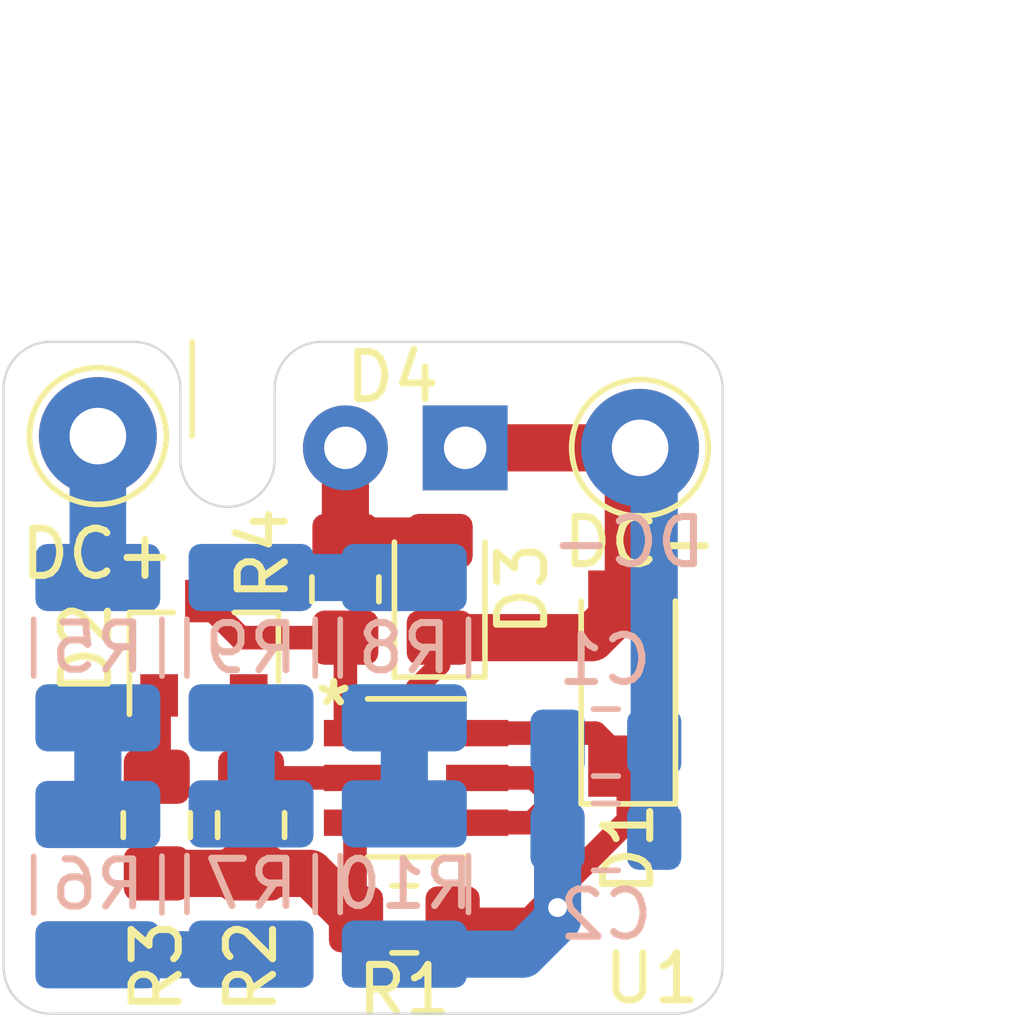
<source format=kicad_pcb>
(kicad_pcb (version 20171130) (host pcbnew 5.1.5+dfsg1-2build2)

  (general
    (thickness 1.6)
    (drawings 19)
    (tracks 54)
    (zones 0)
    (modules 19)
    (nets 14)
  )

  (page A4)
  (layers
    (0 F.Cu signal hide)
    (31 B.Cu signal)
    (32 B.Adhes user hide)
    (33 F.Adhes user hide)
    (34 B.Paste user hide)
    (35 F.Paste user hide)
    (36 B.SilkS user)
    (37 F.SilkS user)
    (38 B.Mask user hide)
    (39 F.Mask user hide)
    (40 Dwgs.User user)
    (41 Cmts.User user)
    (42 Eco1.User user)
    (43 Eco2.User user)
    (44 Edge.Cuts user)
    (45 Margin user)
    (46 B.CrtYd user)
    (47 F.CrtYd user hide)
    (48 B.Fab user hide)
    (49 F.Fab user hide)
  )

  (setup
    (last_trace_width 1)
    (user_trace_width 0.45)
    (user_trace_width 0.5)
    (user_trace_width 1)
    (user_trace_width 1.2)
    (trace_clearance 0.2)
    (zone_clearance 0.508)
    (zone_45_only no)
    (trace_min 0.2)
    (via_size 0.8)
    (via_drill 0.4)
    (via_min_size 0.4)
    (via_min_drill 0.3)
    (uvia_size 0.3)
    (uvia_drill 0.1)
    (uvias_allowed no)
    (uvia_min_size 0.2)
    (uvia_min_drill 0.1)
    (edge_width 0.05)
    (segment_width 0.2)
    (pcb_text_width 0.3)
    (pcb_text_size 1.5 1.5)
    (mod_edge_width 0.12)
    (mod_text_size 1 1)
    (mod_text_width 0.15)
    (pad_size 1.524 1.524)
    (pad_drill 0.762)
    (pad_to_mask_clearance 0.051)
    (solder_mask_min_width 0.25)
    (aux_axis_origin 0 0)
    (visible_elements FFFFFF7F)
    (pcbplotparams
      (layerselection 0x010fc_ffffffff)
      (usegerberextensions false)
      (usegerberattributes false)
      (usegerberadvancedattributes false)
      (creategerberjobfile false)
      (excludeedgelayer true)
      (linewidth 0.100000)
      (plotframeref false)
      (viasonmask false)
      (mode 1)
      (useauxorigin false)
      (hpglpennumber 1)
      (hpglpenspeed 20)
      (hpglpendiameter 15.000000)
      (psnegative false)
      (psa4output false)
      (plotreference true)
      (plotvalue true)
      (plotinvisibletext false)
      (padsonsilk false)
      (subtractmaskfromsilk false)
      (outputformat 1)
      (mirror false)
      (drillshape 1)
      (scaleselection 1)
      (outputdirectory ""))
  )

  (net 0 "")
  (net 1 /Vdd)
  (net 2 /Vss)
  (net 3 "Net-(D2-Pad1)")
  (net 4 /OUT)
  (net 5 "Net-(D3-Pad2)")
  (net 6 "Net-(J2-Pad1)")
  (net 7 /IN+)
  (net 8 "Net-(R5-Pad2)")
  (net 9 "Net-(R6-Pad2)")
  (net 10 "Net-(R7-Pad2)")
  (net 11 "Net-(R8-Pad2)")
  (net 12 "Net-(R10-Pad1)")
  (net 13 /Vref)

  (net_class Default "This is the default net class."
    (clearance 0.2)
    (trace_width 0.25)
    (via_dia 0.8)
    (via_drill 0.4)
    (uvia_dia 0.3)
    (uvia_drill 0.1)
    (add_net /IN+)
    (add_net /OUT)
    (add_net /Vdd)
    (add_net /Vref)
    (add_net /Vss)
    (add_net "Net-(D2-Pad1)")
    (add_net "Net-(D2-Pad2)")
    (add_net "Net-(D3-Pad2)")
    (add_net "Net-(J2-Pad1)")
    (add_net "Net-(R10-Pad1)")
    (add_net "Net-(R5-Pad2)")
    (add_net "Net-(R6-Pad2)")
    (add_net "Net-(R7-Pad2)")
    (add_net "Net-(R8-Pad2)")
  )

  (module LED_THT:LED_D5.0mm (layer F.Cu) (tedit 61943849) (tstamp 61958B38)
    (at 203.79 77.75 180)
    (descr "LED, diameter 5.0mm, 2 pins, http://cdn-reichelt.de/documents/datenblatt/A500/LL-504BC2E-009.pdf")
    (tags "LED diameter 5.0mm 2 pins")
    (path /619D76CA)
    (fp_text reference D4 (at 1.54 1.5 180) (layer F.SilkS)
      (effects (font (size 1 1) (thickness 0.15)))
    )
    (fp_text value LED (at 1.27 3.96 180) (layer F.Fab)
      (effects (font (size 1 1) (thickness 0.15)))
    )
    (fp_arc (start 1.27 0) (end -1.23 -1.469694) (angle 299.1) (layer F.Fab) (width 0.1))
    (fp_circle (center 1.27 0) (end 3.77 0) (layer F.Fab) (width 0.1))
    (fp_line (start -1.23 -1.469694) (end -1.23 1.469694) (layer F.Fab) (width 0.1))
    (fp_line (start -1.95 -3.25) (end -1.95 3.25) (layer F.CrtYd) (width 0.05))
    (fp_line (start -1.95 3.25) (end 4.5 3.25) (layer F.CrtYd) (width 0.05))
    (fp_line (start 4.5 3.25) (end 4.5 -3.25) (layer F.CrtYd) (width 0.05))
    (fp_line (start 4.5 -3.25) (end -1.95 -3.25) (layer F.CrtYd) (width 0.05))
    (fp_text user %R (at 1.25 0 180) (layer F.Fab)
      (effects (font (size 0.8 0.8) (thickness 0.2)))
    )
    (pad 1 thru_hole rect (at 0 0 180) (size 1.8 1.8) (drill 0.9) (layers *.Cu *.Mask)
      (net 2 /Vss))
    (pad 2 thru_hole circle (at 2.54 0 180) (size 1.8 1.8) (drill 0.9) (layers *.Cu *.Mask)
      (net 5 "Net-(D3-Pad2)"))
    (model ${KISYS3DMOD}/LED_THT.3dshapes/LED_D5.0mm.wrl
      (at (xyz 0 0 0))
      (scale (xyz 1 1 1))
      (rotate (xyz 0 0 0))
    )
  )

  (module Package_TO_SOT_SMD:SOT-23 (layer F.Cu) (tedit 5A02FF57) (tstamp 619558BE)
    (at 198.25 82 90)
    (descr "SOT-23, Standard")
    (tags SOT-23)
    (path /619DCC9C)
    (attr smd)
    (fp_text reference D2 (at 0 -2.5 90) (layer F.SilkS)
      (effects (font (size 1 1) (thickness 0.15)))
    )
    (fp_text value BAT54W (at 0 2.5 90) (layer F.Fab)
      (effects (font (size 1 1) (thickness 0.15)))
    )
    (fp_line (start 0.76 1.58) (end -0.7 1.58) (layer F.SilkS) (width 0.12))
    (fp_line (start 0.76 -1.58) (end -1.4 -1.58) (layer F.SilkS) (width 0.12))
    (fp_line (start -1.7 1.75) (end -1.7 -1.75) (layer F.CrtYd) (width 0.05))
    (fp_line (start 1.7 1.75) (end -1.7 1.75) (layer F.CrtYd) (width 0.05))
    (fp_line (start 1.7 -1.75) (end 1.7 1.75) (layer F.CrtYd) (width 0.05))
    (fp_line (start -1.7 -1.75) (end 1.7 -1.75) (layer F.CrtYd) (width 0.05))
    (fp_line (start 0.76 -1.58) (end 0.76 -0.65) (layer F.SilkS) (width 0.12))
    (fp_line (start 0.76 1.58) (end 0.76 0.65) (layer F.SilkS) (width 0.12))
    (fp_line (start -0.7 1.52) (end 0.7 1.52) (layer F.Fab) (width 0.1))
    (fp_line (start 0.7 -1.52) (end 0.7 1.52) (layer F.Fab) (width 0.1))
    (fp_line (start -0.7 -0.95) (end -0.15 -1.52) (layer F.Fab) (width 0.1))
    (fp_line (start -0.15 -1.52) (end 0.7 -1.52) (layer F.Fab) (width 0.1))
    (fp_line (start -0.7 -0.95) (end -0.7 1.5) (layer F.Fab) (width 0.1))
    (fp_text user %R (at 0 0) (layer F.Fab)
      (effects (font (size 0.5 0.5) (thickness 0.075)))
    )
    (pad 3 smd rect (at 1 0 90) (size 0.9 0.8) (layers F.Cu F.Paste F.Mask)
      (net 4 /OUT))
    (pad 2 smd rect (at -1 0.95 90) (size 0.9 0.8) (layers F.Cu F.Paste F.Mask))
    (pad 1 smd rect (at -1 -0.95 90) (size 0.9 0.8) (layers F.Cu F.Paste F.Mask)
      (net 3 "Net-(D2-Pad1)"))
    (model ${KISYS3DMOD}/Package_TO_SOT_SMD.3dshapes/SOT-23.wrl
      (at (xyz 0 0 0))
      (scale (xyz 1 1 1))
      (rotate (xyz 0 0 0))
    )
  )

  (module footprints:MCP65R41T-2402E (layer F.Cu) (tedit 61942E19) (tstamp 619577C6)
    (at 202.75 84.75)
    (path /619FB8EA)
    (fp_text reference U1 (at 5 4.25) (layer F.SilkS)
      (effects (font (size 1 1) (thickness 0.15)))
    )
    (fp_text value MCP65R41T-2402E_CHY (at -20.75 -0.5) (layer F.SilkS) hide
      (effects (font (size 1 1) (thickness 0.15)))
    )
    (fp_arc (start 0 -1.5494) (end -0.3048 -1.5494) (angle -180) (layer F.Fab) (width 0.1))
    (fp_arc (start 0 -1.5494) (end -0.150283 -1.5494) (angle -180) (layer F.CrtYd) (width 0.05))
    (fp_line (start -1.1557 1.4834) (end -2.2098 1.4834) (layer F.CrtYd) (width 0.05))
    (fp_line (start -1.1557 1.8034) (end -1.1557 1.4834) (layer F.CrtYd) (width 0.05))
    (fp_line (start 1.1557 1.8034) (end -1.1557 1.8034) (layer F.CrtYd) (width 0.05))
    (fp_line (start 1.1557 1.4834) (end 1.1557 1.8034) (layer F.CrtYd) (width 0.05))
    (fp_line (start 2.2098 1.4834) (end 1.1557 1.4834) (layer F.CrtYd) (width 0.05))
    (fp_line (start 2.2098 -1.4834) (end 2.2098 1.4834) (layer F.CrtYd) (width 0.05))
    (fp_line (start 1.1557 -1.4834) (end 2.2098 -1.4834) (layer F.CrtYd) (width 0.05))
    (fp_line (start 1.1557 -1.8034) (end 1.1557 -1.4834) (layer F.CrtYd) (width 0.05))
    (fp_line (start -1.1557 -1.8034) (end 1.1557 -1.8034) (layer F.CrtYd) (width 0.05))
    (fp_line (start -1.1557 -1.4834) (end -1.1557 -1.8034) (layer F.CrtYd) (width 0.05))
    (fp_line (start -2.2098 -1.4834) (end -1.1557 -1.4834) (layer F.CrtYd) (width 0.05))
    (fp_line (start -2.2098 1.4834) (end -2.2098 -1.4834) (layer F.CrtYd) (width 0.05))
    (fp_line (start -0.9017 -1.5494) (end -0.9017 1.5494) (layer F.Fab) (width 0.1))
    (fp_line (start 0.9017 -1.5494) (end -0.9017 -1.5494) (layer F.Fab) (width 0.1))
    (fp_line (start 0.9017 1.5494) (end 0.9017 -1.5494) (layer F.Fab) (width 0.1))
    (fp_line (start -0.9017 1.5494) (end 0.9017 1.5494) (layer F.Fab) (width 0.1))
    (fp_line (start 1.0287 -1.6764) (end -1.0287 -1.6764) (layer F.SilkS) (width 0.12))
    (fp_line (start -1.0287 1.6764) (end 1.0287 1.6764) (layer F.SilkS) (width 0.12))
    (fp_line (start 1.6002 -1.204) (end 0.9017 -1.204) (layer F.Fab) (width 0.1))
    (fp_line (start 1.6002 -0.696) (end 1.6002 -1.204) (layer F.Fab) (width 0.1))
    (fp_line (start 0.9017 -0.696) (end 1.6002 -0.696) (layer F.Fab) (width 0.1))
    (fp_line (start 0.9017 -1.204) (end 0.9017 -0.696) (layer F.Fab) (width 0.1))
    (fp_line (start 1.6002 -0.254) (end 0.9017 -0.254) (layer F.Fab) (width 0.1))
    (fp_line (start 1.6002 0.254) (end 1.6002 -0.254) (layer F.Fab) (width 0.1))
    (fp_line (start 0.9017 0.254) (end 1.6002 0.254) (layer F.Fab) (width 0.1))
    (fp_line (start 0.9017 -0.254) (end 0.9017 0.254) (layer F.Fab) (width 0.1))
    (fp_line (start 1.6002 0.696) (end 0.9017 0.696) (layer F.Fab) (width 0.1))
    (fp_line (start 1.6002 1.204) (end 1.6002 0.696) (layer F.Fab) (width 0.1))
    (fp_line (start 0.9017 1.204) (end 1.6002 1.204) (layer F.Fab) (width 0.1))
    (fp_line (start 0.9017 0.696) (end 0.9017 1.204) (layer F.Fab) (width 0.1))
    (fp_line (start -1.6002 1.204) (end -0.9017 1.204) (layer F.Fab) (width 0.1))
    (fp_line (start -1.6002 0.696) (end -1.6002 1.204) (layer F.Fab) (width 0.1))
    (fp_line (start -0.9017 0.696) (end -1.6002 0.696) (layer F.Fab) (width 0.1))
    (fp_line (start -0.9017 1.204) (end -0.9017 0.696) (layer F.Fab) (width 0.1))
    (fp_line (start -1.6002 0.254) (end -0.9017 0.254) (layer F.Fab) (width 0.1))
    (fp_line (start -1.6002 -0.254) (end -1.6002 0.254) (layer F.Fab) (width 0.1))
    (fp_line (start -0.9017 -0.254) (end -1.6002 -0.254) (layer F.Fab) (width 0.1))
    (fp_line (start -0.9017 0.254) (end -0.9017 -0.254) (layer F.Fab) (width 0.1))
    (fp_line (start -1.6002 -0.696) (end -0.9017 -0.696) (layer F.Fab) (width 0.1))
    (fp_line (start -1.6002 -1.204) (end -1.6002 -0.696) (layer F.Fab) (width 0.1))
    (fp_line (start -0.9017 -1.204) (end -1.6002 -1.204) (layer F.Fab) (width 0.1))
    (fp_line (start -0.9017 -0.696) (end -0.9017 -1.204) (layer F.Fab) (width 0.1))
    (fp_text user * (at -0.5207 -1.4732) (layer F.Fab)
      (effects (font (size 1 1) (thickness 0.15)))
    )
    (fp_text user * (at -1.75 -1.5) (layer F.SilkS)
      (effects (font (size 1 1) (thickness 0.15)))
    )
    (fp_text user * (at -0.5207 -1.4732) (layer F.Fab)
      (effects (font (size 1 1) (thickness 0.15)))
    )
    (fp_text user * (at -1.75 -1.5) (layer F.SilkS)
      (effects (font (size 1 1) (thickness 0.15)))
    )
    (pad 6 smd rect (at 1.2954 -0.950001) (size 1.3208 0.5588) (layers F.Cu F.Paste F.Mask)
      (net 1 /Vdd))
    (pad 5 smd rect (at 1.2954 0) (size 1.3208 0.5588) (layers F.Cu F.Paste F.Mask)
      (net 13 /Vref))
    (pad 4 smd rect (at 1.2954 0.950001) (size 1.3208 0.5588) (layers F.Cu F.Paste F.Mask)
      (net 13 /Vref))
    (pad 3 smd rect (at -1.2954 0.950001) (size 1.3208 0.5588) (layers F.Cu F.Paste F.Mask)
      (net 7 /IN+))
    (pad 2 smd rect (at -1.2954 0) (size 1.3208 0.5588) (layers F.Cu F.Paste F.Mask)
      (net 2 /Vss))
    (pad 1 smd rect (at -1.2954 -0.950001) (size 1.3208 0.5588) (layers F.Cu F.Paste F.Mask)
      (net 4 /OUT))
    (model ${KISYS3DMOD}/Package_TO_SOT_SMD.3dshapes/SOT-23-6.step
      (at (xyz 0 0 0))
      (scale (xyz 1 1 1))
      (rotate (xyz 0 0 0))
    )
  )

  (module Capacitor_SMD:C_0805_2012Metric_Pad1.15x1.40mm_HandSolder (layer B.Cu) (tedit 5B36C52B) (tstamp 61959BF1)
    (at 206.775 86)
    (descr "Capacitor SMD 0805 (2012 Metric), square (rectangular) end terminal, IPC_7351 nominal with elongated pad for handsoldering. (Body size source: https://docs.google.com/spreadsheets/d/1BsfQQcO9C6DZCsRaXUlFlo91Tg2WpOkGARC1WS5S8t0/edit?usp=sharing), generated with kicad-footprint-generator")
    (tags "capacitor handsolder")
    (path /619F36C7)
    (attr smd)
    (fp_text reference C2 (at 0 1.65) (layer B.SilkS)
      (effects (font (size 1 1) (thickness 0.15)) (justify mirror))
    )
    (fp_text value 10u (at 0 -1.65) (layer B.Fab)
      (effects (font (size 1 1) (thickness 0.15)) (justify mirror))
    )
    (fp_text user %R (at 0 0) (layer B.Fab)
      (effects (font (size 0.5 0.5) (thickness 0.08)) (justify mirror))
    )
    (fp_line (start 1.85 -0.95) (end -1.85 -0.95) (layer B.CrtYd) (width 0.05))
    (fp_line (start 1.85 0.95) (end 1.85 -0.95) (layer B.CrtYd) (width 0.05))
    (fp_line (start -1.85 0.95) (end 1.85 0.95) (layer B.CrtYd) (width 0.05))
    (fp_line (start -1.85 -0.95) (end -1.85 0.95) (layer B.CrtYd) (width 0.05))
    (fp_line (start -0.261252 -0.71) (end 0.261252 -0.71) (layer B.SilkS) (width 0.12))
    (fp_line (start -0.261252 0.71) (end 0.261252 0.71) (layer B.SilkS) (width 0.12))
    (fp_line (start 1 -0.6) (end -1 -0.6) (layer B.Fab) (width 0.1))
    (fp_line (start 1 0.6) (end 1 -0.6) (layer B.Fab) (width 0.1))
    (fp_line (start -1 0.6) (end 1 0.6) (layer B.Fab) (width 0.1))
    (fp_line (start -1 -0.6) (end -1 0.6) (layer B.Fab) (width 0.1))
    (pad 2 smd roundrect (at 1.025 0) (size 1.15 1.4) (layers B.Cu B.Paste B.Mask) (roundrect_rratio 0.217391)
      (net 2 /Vss))
    (pad 1 smd roundrect (at -1.025 0) (size 1.15 1.4) (layers B.Cu B.Paste B.Mask) (roundrect_rratio 0.217391)
      (net 1 /Vdd))
    (model ${KISYS3DMOD}/Capacitor_SMD.3dshapes/C_0805_2012Metric.wrl
      (at (xyz 0 0 0))
      (scale (xyz 1 1 1))
      (rotate (xyz 0 0 0))
    )
  )

  (module Capacitor_SMD:C_0805_2012Metric_Pad1.15x1.40mm_HandSolder (layer B.Cu) (tedit 5B36C52B) (tstamp 61956094)
    (at 206.775 84)
    (descr "Capacitor SMD 0805 (2012 Metric), square (rectangular) end terminal, IPC_7351 nominal with elongated pad for handsoldering. (Body size source: https://docs.google.com/spreadsheets/d/1BsfQQcO9C6DZCsRaXUlFlo91Tg2WpOkGARC1WS5S8t0/edit?usp=sharing), generated with kicad-footprint-generator")
    (tags "capacitor handsolder")
    (path /619F3E05)
    (attr smd)
    (fp_text reference C1 (at -0.025 -1.75) (layer B.SilkS)
      (effects (font (size 1 1) (thickness 0.15)) (justify mirror))
    )
    (fp_text value 10u (at 0 -1.65) (layer B.Fab)
      (effects (font (size 1 1) (thickness 0.15)) (justify mirror))
    )
    (fp_text user %R (at 0 0) (layer B.Fab)
      (effects (font (size 0.5 0.5) (thickness 0.08)) (justify mirror))
    )
    (fp_line (start 1.85 -0.95) (end -1.85 -0.95) (layer B.CrtYd) (width 0.05))
    (fp_line (start 1.85 0.95) (end 1.85 -0.95) (layer B.CrtYd) (width 0.05))
    (fp_line (start -1.85 0.95) (end 1.85 0.95) (layer B.CrtYd) (width 0.05))
    (fp_line (start -1.85 -0.95) (end -1.85 0.95) (layer B.CrtYd) (width 0.05))
    (fp_line (start -0.261252 -0.71) (end 0.261252 -0.71) (layer B.SilkS) (width 0.12))
    (fp_line (start -0.261252 0.71) (end 0.261252 0.71) (layer B.SilkS) (width 0.12))
    (fp_line (start 1 -0.6) (end -1 -0.6) (layer B.Fab) (width 0.1))
    (fp_line (start 1 0.6) (end 1 -0.6) (layer B.Fab) (width 0.1))
    (fp_line (start -1 0.6) (end 1 0.6) (layer B.Fab) (width 0.1))
    (fp_line (start -1 -0.6) (end -1 0.6) (layer B.Fab) (width 0.1))
    (pad 2 smd roundrect (at 1.025 0) (size 1.15 1.4) (layers B.Cu B.Paste B.Mask) (roundrect_rratio 0.217391)
      (net 2 /Vss))
    (pad 1 smd roundrect (at -1.025 0) (size 1.15 1.4) (layers B.Cu B.Paste B.Mask) (roundrect_rratio 0.217391)
      (net 1 /Vdd))
    (model ${KISYS3DMOD}/Capacitor_SMD.3dshapes/C_0805_2012Metric.wrl
      (at (xyz 0 0 0))
      (scale (xyz 1 1 1))
      (rotate (xyz 0 0 0))
    )
  )

  (module Diode_SMD:D_MiniMELF (layer F.Cu) (tedit 5905D8F5) (tstamp 619558A9)
    (at 207.25 82.75 90)
    (descr "Diode Mini-MELF")
    (tags "Diode Mini-MELF")
    (path /619EB446)
    (attr smd)
    (fp_text reference D1 (at -3.5 0 90) (layer F.SilkS)
      (effects (font (size 1 1) (thickness 0.15)))
    )
    (fp_text value D_Zener (at 0 1.75 90) (layer F.Fab)
      (effects (font (size 1 1) (thickness 0.15)))
    )
    (fp_text user %R (at 0 -2 90) (layer F.Fab)
      (effects (font (size 1 1) (thickness 0.15)))
    )
    (fp_line (start 1.75 -1) (end -2.55 -1) (layer F.SilkS) (width 0.12))
    (fp_line (start -2.55 -1) (end -2.55 1) (layer F.SilkS) (width 0.12))
    (fp_line (start -2.55 1) (end 1.75 1) (layer F.SilkS) (width 0.12))
    (fp_line (start 1.65 -0.8) (end 1.65 0.8) (layer F.Fab) (width 0.1))
    (fp_line (start 1.65 0.8) (end -1.65 0.8) (layer F.Fab) (width 0.1))
    (fp_line (start -1.65 0.8) (end -1.65 -0.8) (layer F.Fab) (width 0.1))
    (fp_line (start -1.65 -0.8) (end 1.65 -0.8) (layer F.Fab) (width 0.1))
    (fp_line (start 0.25 0) (end 0.75 0) (layer F.Fab) (width 0.1))
    (fp_line (start 0.25 0.4) (end -0.35 0) (layer F.Fab) (width 0.1))
    (fp_line (start 0.25 -0.4) (end 0.25 0.4) (layer F.Fab) (width 0.1))
    (fp_line (start -0.35 0) (end 0.25 -0.4) (layer F.Fab) (width 0.1))
    (fp_line (start -0.35 0) (end -0.35 0.55) (layer F.Fab) (width 0.1))
    (fp_line (start -0.35 0) (end -0.35 -0.55) (layer F.Fab) (width 0.1))
    (fp_line (start -0.75 0) (end -0.35 0) (layer F.Fab) (width 0.1))
    (fp_line (start -2.65 -1.1) (end 2.65 -1.1) (layer F.CrtYd) (width 0.05))
    (fp_line (start 2.65 -1.1) (end 2.65 1.1) (layer F.CrtYd) (width 0.05))
    (fp_line (start 2.65 1.1) (end -2.65 1.1) (layer F.CrtYd) (width 0.05))
    (fp_line (start -2.65 1.1) (end -2.65 -1.1) (layer F.CrtYd) (width 0.05))
    (pad 1 smd rect (at -1.75 0 90) (size 1.3 1.7) (layers F.Cu F.Paste F.Mask)
      (net 1 /Vdd))
    (pad 2 smd rect (at 1.75 0 90) (size 1.3 1.7) (layers F.Cu F.Paste F.Mask)
      (net 2 /Vss))
    (model ${KISYS3DMOD}/Diode_SMD.3dshapes/D_MiniMELF.wrl
      (at (xyz 0 0 0))
      (scale (xyz 1 1 1))
      (rotate (xyz 0 0 0))
    )
  )

  (module LED_SMD:LED_0805_2012Metric_Pad1.15x1.40mm_HandSolder (layer F.Cu) (tedit 5B4B45C9) (tstamp 619558D1)
    (at 203.25 80.75 90)
    (descr "LED SMD 0805 (2012 Metric), square (rectangular) end terminal, IPC_7351 nominal, (Body size source: https://docs.google.com/spreadsheets/d/1BsfQQcO9C6DZCsRaXUlFlo91Tg2WpOkGARC1WS5S8t0/edit?usp=sharing), generated with kicad-footprint-generator")
    (tags "LED handsolder")
    (path /619EDDCD)
    (attr smd)
    (fp_text reference D3 (at 0 1.75 90) (layer F.SilkS)
      (effects (font (size 1 1) (thickness 0.15)))
    )
    (fp_text value LED (at 0 1.65 90) (layer F.Fab)
      (effects (font (size 1 1) (thickness 0.15)))
    )
    (fp_line (start 1 -0.6) (end -0.7 -0.6) (layer F.Fab) (width 0.1))
    (fp_line (start -0.7 -0.6) (end -1 -0.3) (layer F.Fab) (width 0.1))
    (fp_line (start -1 -0.3) (end -1 0.6) (layer F.Fab) (width 0.1))
    (fp_line (start -1 0.6) (end 1 0.6) (layer F.Fab) (width 0.1))
    (fp_line (start 1 0.6) (end 1 -0.6) (layer F.Fab) (width 0.1))
    (fp_line (start 1 -0.96) (end -1.86 -0.96) (layer F.SilkS) (width 0.12))
    (fp_line (start -1.86 -0.96) (end -1.86 0.96) (layer F.SilkS) (width 0.12))
    (fp_line (start -1.86 0.96) (end 1 0.96) (layer F.SilkS) (width 0.12))
    (fp_line (start -1.85 0.95) (end -1.85 -0.95) (layer F.CrtYd) (width 0.05))
    (fp_line (start -1.85 -0.95) (end 1.85 -0.95) (layer F.CrtYd) (width 0.05))
    (fp_line (start 1.85 -0.95) (end 1.85 0.95) (layer F.CrtYd) (width 0.05))
    (fp_line (start 1.85 0.95) (end -1.85 0.95) (layer F.CrtYd) (width 0.05))
    (fp_text user %R (at 0 0 90) (layer F.Fab)
      (effects (font (size 0.5 0.5) (thickness 0.08)))
    )
    (pad 1 smd roundrect (at -1.025 0 90) (size 1.15 1.4) (layers F.Cu F.Paste F.Mask) (roundrect_rratio 0.217391)
      (net 2 /Vss))
    (pad 2 smd roundrect (at 1.025 0 90) (size 1.15 1.4) (layers F.Cu F.Paste F.Mask) (roundrect_rratio 0.217391)
      (net 5 "Net-(D3-Pad2)"))
    (model ${KISYS3DMOD}/LED_SMD.3dshapes/LED_0805_2012Metric.wrl
      (at (xyz 0 0 0))
      (scale (xyz 1 1 1))
      (rotate (xyz 0 0 0))
    )
  )

  (module TestPoint:TestPoint_THTPad_D2.5mm_Drill1.2mm (layer F.Cu) (tedit 5A0F774F) (tstamp 619558EB)
    (at 207.5 77.75)
    (descr "THT pad as test Point, diameter 2.5mm, hole diameter 1.2mm ")
    (tags "test point THT pad")
    (path /619EFF88)
    (attr virtual)
    (fp_text reference DC- (at 0 2) (layer F.SilkS)
      (effects (font (size 1 1) (thickness 0.15)))
    )
    (fp_text value DC- (at 0 2.25) (layer F.Fab)
      (effects (font (size 1 1) (thickness 0.15)))
    )
    (fp_text user %R (at 0 -2.15) (layer F.Fab)
      (effects (font (size 1 1) (thickness 0.15)))
    )
    (fp_circle (center 0 0) (end 1.75 0) (layer F.CrtYd) (width 0.05))
    (fp_circle (center 0 0) (end 0 1.45) (layer F.SilkS) (width 0.12))
    (pad 1 thru_hole circle (at 0 0) (size 2.5 2.5) (drill 1.2) (layers *.Cu *.Mask)
      (net 2 /Vss))
  )

  (module TestPoint:TestPoint_THTPad_D2.5mm_Drill1.2mm (layer F.Cu) (tedit 5A0F774F) (tstamp 619558F3)
    (at 196 77.5)
    (descr "THT pad as test Point, diameter 2.5mm, hole diameter 1.2mm ")
    (tags "test point THT pad")
    (path /619DBCA6)
    (attr virtual)
    (fp_text reference DC+ (at 0 2.5) (layer F.SilkS)
      (effects (font (size 1 1) (thickness 0.15)))
    )
    (fp_text value DC+ (at 0 2.25) (layer F.Fab)
      (effects (font (size 1 1) (thickness 0.15)))
    )
    (fp_circle (center 0 0) (end 0 1.45) (layer F.SilkS) (width 0.12))
    (fp_circle (center 0 0) (end 1.75 0) (layer F.CrtYd) (width 0.05))
    (fp_text user %R (at 0 -2.15) (layer F.Fab)
      (effects (font (size 1 1) (thickness 0.15)))
    )
    (pad 1 thru_hole circle (at 0 0) (size 2.5 2.5) (drill 1.2) (layers *.Cu *.Mask)
      (net 6 "Net-(J2-Pad1)"))
  )

  (module Resistor_SMD:R_0805_2012Metric_Pad1.15x1.40mm_HandSolder (layer F.Cu) (tedit 5B36C52B) (tstamp 61955904)
    (at 202.5 87.75)
    (descr "Resistor SMD 0805 (2012 Metric), square (rectangular) end terminal, IPC_7351 nominal with elongated pad for handsoldering. (Body size source: https://docs.google.com/spreadsheets/d/1BsfQQcO9C6DZCsRaXUlFlo91Tg2WpOkGARC1WS5S8t0/edit?usp=sharing), generated with kicad-footprint-generator")
    (tags "resistor handsolder")
    (path /619DFD87)
    (attr smd)
    (fp_text reference R1 (at 0 1.5) (layer F.SilkS)
      (effects (font (size 1 1) (thickness 0.15)))
    )
    (fp_text value 100k (at 0 1.65) (layer F.Fab)
      (effects (font (size 1 1) (thickness 0.15)))
    )
    (fp_text user %R (at 0 0) (layer F.Fab)
      (effects (font (size 0.5 0.5) (thickness 0.08)))
    )
    (fp_line (start 1.85 0.95) (end -1.85 0.95) (layer F.CrtYd) (width 0.05))
    (fp_line (start 1.85 -0.95) (end 1.85 0.95) (layer F.CrtYd) (width 0.05))
    (fp_line (start -1.85 -0.95) (end 1.85 -0.95) (layer F.CrtYd) (width 0.05))
    (fp_line (start -1.85 0.95) (end -1.85 -0.95) (layer F.CrtYd) (width 0.05))
    (fp_line (start -0.261252 0.71) (end 0.261252 0.71) (layer F.SilkS) (width 0.12))
    (fp_line (start -0.261252 -0.71) (end 0.261252 -0.71) (layer F.SilkS) (width 0.12))
    (fp_line (start 1 0.6) (end -1 0.6) (layer F.Fab) (width 0.1))
    (fp_line (start 1 -0.6) (end 1 0.6) (layer F.Fab) (width 0.1))
    (fp_line (start -1 -0.6) (end 1 -0.6) (layer F.Fab) (width 0.1))
    (fp_line (start -1 0.6) (end -1 -0.6) (layer F.Fab) (width 0.1))
    (pad 2 smd roundrect (at 1.025 0) (size 1.15 1.4) (layers F.Cu F.Paste F.Mask) (roundrect_rratio 0.217391)
      (net 1 /Vdd))
    (pad 1 smd roundrect (at -1.025 0) (size 1.15 1.4) (layers F.Cu F.Paste F.Mask) (roundrect_rratio 0.217391)
      (net 7 /IN+))
    (model ${KISYS3DMOD}/Resistor_SMD.3dshapes/R_0805_2012Metric.wrl
      (at (xyz 0 0 0))
      (scale (xyz 1 1 1))
      (rotate (xyz 0 0 0))
    )
  )

  (module Resistor_SMD:R_0805_2012Metric_Pad1.15x1.40mm_HandSolder (layer F.Cu) (tedit 5B36C52B) (tstamp 61955915)
    (at 199.25 85.75 270)
    (descr "Resistor SMD 0805 (2012 Metric), square (rectangular) end terminal, IPC_7351 nominal with elongated pad for handsoldering. (Body size source: https://docs.google.com/spreadsheets/d/1BsfQQcO9C6DZCsRaXUlFlo91Tg2WpOkGARC1WS5S8t0/edit?usp=sharing), generated with kicad-footprint-generator")
    (tags "resistor handsolder")
    (path /619DF003)
    (attr smd)
    (fp_text reference R2 (at 3 0 90) (layer F.SilkS)
      (effects (font (size 1 1) (thickness 0.15)))
    )
    (fp_text value 100k (at 0 1.65 90) (layer F.Fab)
      (effects (font (size 1 1) (thickness 0.15)))
    )
    (fp_line (start -1 0.6) (end -1 -0.6) (layer F.Fab) (width 0.1))
    (fp_line (start -1 -0.6) (end 1 -0.6) (layer F.Fab) (width 0.1))
    (fp_line (start 1 -0.6) (end 1 0.6) (layer F.Fab) (width 0.1))
    (fp_line (start 1 0.6) (end -1 0.6) (layer F.Fab) (width 0.1))
    (fp_line (start -0.261252 -0.71) (end 0.261252 -0.71) (layer F.SilkS) (width 0.12))
    (fp_line (start -0.261252 0.71) (end 0.261252 0.71) (layer F.SilkS) (width 0.12))
    (fp_line (start -1.85 0.95) (end -1.85 -0.95) (layer F.CrtYd) (width 0.05))
    (fp_line (start -1.85 -0.95) (end 1.85 -0.95) (layer F.CrtYd) (width 0.05))
    (fp_line (start 1.85 -0.95) (end 1.85 0.95) (layer F.CrtYd) (width 0.05))
    (fp_line (start 1.85 0.95) (end -1.85 0.95) (layer F.CrtYd) (width 0.05))
    (fp_text user %R (at 0 0 90) (layer F.Fab)
      (effects (font (size 0.5 0.5) (thickness 0.08)))
    )
    (pad 1 smd roundrect (at -1.025 0 270) (size 1.15 1.4) (layers F.Cu F.Paste F.Mask) (roundrect_rratio 0.217391)
      (net 2 /Vss))
    (pad 2 smd roundrect (at 1.025 0 270) (size 1.15 1.4) (layers F.Cu F.Paste F.Mask) (roundrect_rratio 0.217391)
      (net 7 /IN+))
    (model ${KISYS3DMOD}/Resistor_SMD.3dshapes/R_0805_2012Metric.wrl
      (at (xyz 0 0 0))
      (scale (xyz 1 1 1))
      (rotate (xyz 0 0 0))
    )
  )

  (module Resistor_SMD:R_0805_2012Metric_Pad1.15x1.40mm_HandSolder (layer F.Cu) (tedit 5B36C52B) (tstamp 61955926)
    (at 197.25 85.75 270)
    (descr "Resistor SMD 0805 (2012 Metric), square (rectangular) end terminal, IPC_7351 nominal with elongated pad for handsoldering. (Body size source: https://docs.google.com/spreadsheets/d/1BsfQQcO9C6DZCsRaXUlFlo91Tg2WpOkGARC1WS5S8t0/edit?usp=sharing), generated with kicad-footprint-generator")
    (tags "resistor handsolder")
    (path /619DE579)
    (attr smd)
    (fp_text reference R3 (at 3 0 90) (layer F.SilkS)
      (effects (font (size 1 1) (thickness 0.15)))
    )
    (fp_text value 100k (at 0 1.65 90) (layer F.Fab)
      (effects (font (size 1 1) (thickness 0.15)))
    )
    (fp_text user %R (at 0 0 90) (layer F.Fab)
      (effects (font (size 0.5 0.5) (thickness 0.08)))
    )
    (fp_line (start 1.85 0.95) (end -1.85 0.95) (layer F.CrtYd) (width 0.05))
    (fp_line (start 1.85 -0.95) (end 1.85 0.95) (layer F.CrtYd) (width 0.05))
    (fp_line (start -1.85 -0.95) (end 1.85 -0.95) (layer F.CrtYd) (width 0.05))
    (fp_line (start -1.85 0.95) (end -1.85 -0.95) (layer F.CrtYd) (width 0.05))
    (fp_line (start -0.261252 0.71) (end 0.261252 0.71) (layer F.SilkS) (width 0.12))
    (fp_line (start -0.261252 -0.71) (end 0.261252 -0.71) (layer F.SilkS) (width 0.12))
    (fp_line (start 1 0.6) (end -1 0.6) (layer F.Fab) (width 0.1))
    (fp_line (start 1 -0.6) (end 1 0.6) (layer F.Fab) (width 0.1))
    (fp_line (start -1 -0.6) (end 1 -0.6) (layer F.Fab) (width 0.1))
    (fp_line (start -1 0.6) (end -1 -0.6) (layer F.Fab) (width 0.1))
    (pad 2 smd roundrect (at 1.025 0 270) (size 1.15 1.4) (layers F.Cu F.Paste F.Mask) (roundrect_rratio 0.217391)
      (net 7 /IN+))
    (pad 1 smd roundrect (at -1.025 0 270) (size 1.15 1.4) (layers F.Cu F.Paste F.Mask) (roundrect_rratio 0.217391)
      (net 3 "Net-(D2-Pad1)"))
    (model ${KISYS3DMOD}/Resistor_SMD.3dshapes/R_0805_2012Metric.wrl
      (at (xyz 0 0 0))
      (scale (xyz 1 1 1))
      (rotate (xyz 0 0 0))
    )
  )

  (module Resistor_SMD:R_0805_2012Metric_Pad1.15x1.40mm_HandSolder (layer F.Cu) (tedit 5B36C52B) (tstamp 6195819D)
    (at 201.25 80.75 90)
    (descr "Resistor SMD 0805 (2012 Metric), square (rectangular) end terminal, IPC_7351 nominal with elongated pad for handsoldering. (Body size source: https://docs.google.com/spreadsheets/d/1BsfQQcO9C6DZCsRaXUlFlo91Tg2WpOkGARC1WS5S8t0/edit?usp=sharing), generated with kicad-footprint-generator")
    (tags "resistor handsolder")
    (path /619DDE92)
    (attr smd)
    (fp_text reference R4 (at 0.75 -1.75 90) (layer F.SilkS)
      (effects (font (size 1 1) (thickness 0.15)))
    )
    (fp_text value 1k (at 0 1.65 90) (layer F.Fab)
      (effects (font (size 1 1) (thickness 0.15)))
    )
    (fp_line (start -1 0.6) (end -1 -0.6) (layer F.Fab) (width 0.1))
    (fp_line (start -1 -0.6) (end 1 -0.6) (layer F.Fab) (width 0.1))
    (fp_line (start 1 -0.6) (end 1 0.6) (layer F.Fab) (width 0.1))
    (fp_line (start 1 0.6) (end -1 0.6) (layer F.Fab) (width 0.1))
    (fp_line (start -0.261252 -0.71) (end 0.261252 -0.71) (layer F.SilkS) (width 0.12))
    (fp_line (start -0.261252 0.71) (end 0.261252 0.71) (layer F.SilkS) (width 0.12))
    (fp_line (start -1.85 0.95) (end -1.85 -0.95) (layer F.CrtYd) (width 0.05))
    (fp_line (start -1.85 -0.95) (end 1.85 -0.95) (layer F.CrtYd) (width 0.05))
    (fp_line (start 1.85 -0.95) (end 1.85 0.95) (layer F.CrtYd) (width 0.05))
    (fp_line (start 1.85 0.95) (end -1.85 0.95) (layer F.CrtYd) (width 0.05))
    (fp_text user %R (at 0 0 90) (layer F.Fab)
      (effects (font (size 0.5 0.5) (thickness 0.08)))
    )
    (pad 1 smd roundrect (at -1.025 0 90) (size 1.15 1.4) (layers F.Cu F.Paste F.Mask) (roundrect_rratio 0.217391)
      (net 4 /OUT))
    (pad 2 smd roundrect (at 1.025 0 90) (size 1.15 1.4) (layers F.Cu F.Paste F.Mask) (roundrect_rratio 0.217391)
      (net 5 "Net-(D3-Pad2)"))
    (model ${KISYS3DMOD}/Resistor_SMD.3dshapes/R_0805_2012Metric.wrl
      (at (xyz 0 0 0))
      (scale (xyz 1 1 1))
      (rotate (xyz 0 0 0))
    )
  )

  (module Resistor_SMD:R_1210_3225Metric_Pad1.42x2.65mm_HandSolder (layer B.Cu) (tedit 5B301BBD) (tstamp 61955948)
    (at 196 81.9875 270)
    (descr "Resistor SMD 1210 (3225 Metric), square (rectangular) end terminal, IPC_7351 nominal with elongated pad for handsoldering. (Body size source: http://www.tortai-tech.com/upload/download/2011102023233369053.pdf), generated with kicad-footprint-generator")
    (tags "resistor handsolder")
    (path /619DB75F)
    (attr smd)
    (fp_text reference R5 (at 0 0 180) (layer B.SilkS)
      (effects (font (size 1 1) (thickness 0.15)) (justify mirror))
    )
    (fp_text value 100k (at 0 -2.28 90) (layer B.Fab)
      (effects (font (size 1 1) (thickness 0.15)) (justify mirror))
    )
    (fp_text user %R (at 0 0 90) (layer B.Fab)
      (effects (font (size 0.8 0.8) (thickness 0.12)) (justify mirror))
    )
    (fp_line (start 2.45 -1.58) (end -2.45 -1.58) (layer B.CrtYd) (width 0.05))
    (fp_line (start 2.45 1.58) (end 2.45 -1.58) (layer B.CrtYd) (width 0.05))
    (fp_line (start -2.45 1.58) (end 2.45 1.58) (layer B.CrtYd) (width 0.05))
    (fp_line (start -2.45 -1.58) (end -2.45 1.58) (layer B.CrtYd) (width 0.05))
    (fp_line (start -0.602064 -1.36) (end 0.602064 -1.36) (layer B.SilkS) (width 0.12))
    (fp_line (start -0.602064 1.36) (end 0.602064 1.36) (layer B.SilkS) (width 0.12))
    (fp_line (start 1.6 -1.25) (end -1.6 -1.25) (layer B.Fab) (width 0.1))
    (fp_line (start 1.6 1.25) (end 1.6 -1.25) (layer B.Fab) (width 0.1))
    (fp_line (start -1.6 1.25) (end 1.6 1.25) (layer B.Fab) (width 0.1))
    (fp_line (start -1.6 -1.25) (end -1.6 1.25) (layer B.Fab) (width 0.1))
    (pad 2 smd roundrect (at 1.4875 0 270) (size 1.425 2.65) (layers B.Cu B.Paste B.Mask) (roundrect_rratio 0.175439)
      (net 8 "Net-(R5-Pad2)"))
    (pad 1 smd roundrect (at -1.4875 0 270) (size 1.425 2.65) (layers B.Cu B.Paste B.Mask) (roundrect_rratio 0.175439)
      (net 6 "Net-(J2-Pad1)"))
    (model ${KISYS3DMOD}/Resistor_SMD.3dshapes/R_1210_3225Metric.wrl
      (at (xyz 0 0 0))
      (scale (xyz 1 1 1))
      (rotate (xyz 0 0 0))
    )
  )

  (module Resistor_SMD:R_1210_3225Metric_Pad1.42x2.65mm_HandSolder (layer B.Cu) (tedit 5B301BBD) (tstamp 61955959)
    (at 196 87.0125 270)
    (descr "Resistor SMD 1210 (3225 Metric), square (rectangular) end terminal, IPC_7351 nominal with elongated pad for handsoldering. (Body size source: http://www.tortai-tech.com/upload/download/2011102023233369053.pdf), generated with kicad-footprint-generator")
    (tags "resistor handsolder")
    (path /619DB759)
    (attr smd)
    (fp_text reference R6 (at 0 0) (layer B.SilkS)
      (effects (font (size 1 1) (thickness 0.15)) (justify mirror))
    )
    (fp_text value 100k (at 0 -2.28 270) (layer B.Fab)
      (effects (font (size 1 1) (thickness 0.15)) (justify mirror))
    )
    (fp_line (start -1.6 -1.25) (end -1.6 1.25) (layer B.Fab) (width 0.1))
    (fp_line (start -1.6 1.25) (end 1.6 1.25) (layer B.Fab) (width 0.1))
    (fp_line (start 1.6 1.25) (end 1.6 -1.25) (layer B.Fab) (width 0.1))
    (fp_line (start 1.6 -1.25) (end -1.6 -1.25) (layer B.Fab) (width 0.1))
    (fp_line (start -0.602064 1.36) (end 0.602064 1.36) (layer B.SilkS) (width 0.12))
    (fp_line (start -0.602064 -1.36) (end 0.602064 -1.36) (layer B.SilkS) (width 0.12))
    (fp_line (start -2.45 -1.58) (end -2.45 1.58) (layer B.CrtYd) (width 0.05))
    (fp_line (start -2.45 1.58) (end 2.45 1.58) (layer B.CrtYd) (width 0.05))
    (fp_line (start 2.45 1.58) (end 2.45 -1.58) (layer B.CrtYd) (width 0.05))
    (fp_line (start 2.45 -1.58) (end -2.45 -1.58) (layer B.CrtYd) (width 0.05))
    (fp_text user %R (at 0 0 270) (layer B.Fab)
      (effects (font (size 0.8 0.8) (thickness 0.12)) (justify mirror))
    )
    (pad 1 smd roundrect (at -1.4875 0 270) (size 1.425 2.65) (layers B.Cu B.Paste B.Mask) (roundrect_rratio 0.175439)
      (net 8 "Net-(R5-Pad2)"))
    (pad 2 smd roundrect (at 1.4875 0 270) (size 1.425 2.65) (layers B.Cu B.Paste B.Mask) (roundrect_rratio 0.175439)
      (net 9 "Net-(R6-Pad2)"))
    (model ${KISYS3DMOD}/Resistor_SMD.3dshapes/R_1210_3225Metric.wrl
      (at (xyz 0 0 0))
      (scale (xyz 1 1 1))
      (rotate (xyz 0 0 0))
    )
  )

  (module Resistor_SMD:R_1210_3225Metric_Pad1.42x2.65mm_HandSolder (layer B.Cu) (tedit 5B301BBD) (tstamp 6195596A)
    (at 199.25 87 90)
    (descr "Resistor SMD 1210 (3225 Metric), square (rectangular) end terminal, IPC_7351 nominal with elongated pad for handsoldering. (Body size source: http://www.tortai-tech.com/upload/download/2011102023233369053.pdf), generated with kicad-footprint-generator")
    (tags "resistor handsolder")
    (path /619DAC27)
    (attr smd)
    (fp_text reference R7 (at 0 0 180) (layer B.SilkS)
      (effects (font (size 1 1) (thickness 0.15)) (justify mirror))
    )
    (fp_text value 100k (at 0 -2.28 90) (layer B.Fab)
      (effects (font (size 1 1) (thickness 0.15)) (justify mirror))
    )
    (fp_text user %R (at 0 0 90) (layer B.Fab)
      (effects (font (size 0.8 0.8) (thickness 0.12)) (justify mirror))
    )
    (fp_line (start 2.45 -1.58) (end -2.45 -1.58) (layer B.CrtYd) (width 0.05))
    (fp_line (start 2.45 1.58) (end 2.45 -1.58) (layer B.CrtYd) (width 0.05))
    (fp_line (start -2.45 1.58) (end 2.45 1.58) (layer B.CrtYd) (width 0.05))
    (fp_line (start -2.45 -1.58) (end -2.45 1.58) (layer B.CrtYd) (width 0.05))
    (fp_line (start -0.602064 -1.36) (end 0.602064 -1.36) (layer B.SilkS) (width 0.12))
    (fp_line (start -0.602064 1.36) (end 0.602064 1.36) (layer B.SilkS) (width 0.12))
    (fp_line (start 1.6 -1.25) (end -1.6 -1.25) (layer B.Fab) (width 0.1))
    (fp_line (start 1.6 1.25) (end 1.6 -1.25) (layer B.Fab) (width 0.1))
    (fp_line (start -1.6 1.25) (end 1.6 1.25) (layer B.Fab) (width 0.1))
    (fp_line (start -1.6 -1.25) (end -1.6 1.25) (layer B.Fab) (width 0.1))
    (pad 2 smd roundrect (at 1.4875 0 90) (size 1.425 2.65) (layers B.Cu B.Paste B.Mask) (roundrect_rratio 0.175439)
      (net 10 "Net-(R7-Pad2)"))
    (pad 1 smd roundrect (at -1.4875 0 90) (size 1.425 2.65) (layers B.Cu B.Paste B.Mask) (roundrect_rratio 0.175439)
      (net 9 "Net-(R6-Pad2)"))
    (model ${KISYS3DMOD}/Resistor_SMD.3dshapes/R_1210_3225Metric.wrl
      (at (xyz 0 0 0))
      (scale (xyz 1 1 1))
      (rotate (xyz 0 0 0))
    )
  )

  (module Resistor_SMD:R_1210_3225Metric_Pad1.42x2.65mm_HandSolder (layer B.Cu) (tedit 5B301BBD) (tstamp 6195597B)
    (at 199.25 81.9875 90)
    (descr "Resistor SMD 1210 (3225 Metric), square (rectangular) end terminal, IPC_7351 nominal with elongated pad for handsoldering. (Body size source: http://www.tortai-tech.com/upload/download/2011102023233369053.pdf), generated with kicad-footprint-generator")
    (tags "resistor handsolder")
    (path /619DAC21)
    (attr smd)
    (fp_text reference R8 (at -0.0125 3.25) (layer B.SilkS)
      (effects (font (size 1 1) (thickness 0.15)) (justify mirror))
    )
    (fp_text value 100k (at 0 -2.28 270) (layer B.Fab)
      (effects (font (size 1 1) (thickness 0.15)) (justify mirror))
    )
    (fp_line (start -1.6 -1.25) (end -1.6 1.25) (layer B.Fab) (width 0.1))
    (fp_line (start -1.6 1.25) (end 1.6 1.25) (layer B.Fab) (width 0.1))
    (fp_line (start 1.6 1.25) (end 1.6 -1.25) (layer B.Fab) (width 0.1))
    (fp_line (start 1.6 -1.25) (end -1.6 -1.25) (layer B.Fab) (width 0.1))
    (fp_line (start -0.602064 1.36) (end 0.602064 1.36) (layer B.SilkS) (width 0.12))
    (fp_line (start -0.602064 -1.36) (end 0.602064 -1.36) (layer B.SilkS) (width 0.12))
    (fp_line (start -2.45 -1.58) (end -2.45 1.58) (layer B.CrtYd) (width 0.05))
    (fp_line (start -2.45 1.58) (end 2.45 1.58) (layer B.CrtYd) (width 0.05))
    (fp_line (start 2.45 1.58) (end 2.45 -1.58) (layer B.CrtYd) (width 0.05))
    (fp_line (start 2.45 -1.58) (end -2.45 -1.58) (layer B.CrtYd) (width 0.05))
    (fp_text user %R (at 0 0 270) (layer B.Fab)
      (effects (font (size 0.8 0.8) (thickness 0.12)) (justify mirror))
    )
    (pad 1 smd roundrect (at -1.4875 0 90) (size 1.425 2.65) (layers B.Cu B.Paste B.Mask) (roundrect_rratio 0.175439)
      (net 10 "Net-(R7-Pad2)"))
    (pad 2 smd roundrect (at 1.4875 0 90) (size 1.425 2.65) (layers B.Cu B.Paste B.Mask) (roundrect_rratio 0.175439)
      (net 11 "Net-(R8-Pad2)"))
    (model ${KISYS3DMOD}/Resistor_SMD.3dshapes/R_1210_3225Metric.wrl
      (at (xyz 0 0 0))
      (scale (xyz 1 1 1))
      (rotate (xyz 0 0 0))
    )
  )

  (module Resistor_SMD:R_1210_3225Metric_Pad1.42x2.65mm_HandSolder (layer B.Cu) (tedit 5B301BBD) (tstamp 6195598C)
    (at 202.5 81.9875 270)
    (descr "Resistor SMD 1210 (3225 Metric), square (rectangular) end terminal, IPC_7351 nominal with elongated pad for handsoldering. (Body size source: http://www.tortai-tech.com/upload/download/2011102023233369053.pdf), generated with kicad-footprint-generator")
    (tags "resistor handsolder")
    (path /619D87D1)
    (attr smd)
    (fp_text reference R9 (at 0.0125 3.25 180) (layer B.SilkS)
      (effects (font (size 1 1) (thickness 0.15)) (justify mirror))
    )
    (fp_text value 100k (at 0 -2.28 90) (layer B.Fab)
      (effects (font (size 1 1) (thickness 0.15)) (justify mirror))
    )
    (fp_text user %R (at 0 0 90) (layer B.Fab)
      (effects (font (size 0.8 0.8) (thickness 0.12)) (justify mirror))
    )
    (fp_line (start 2.45 -1.58) (end -2.45 -1.58) (layer B.CrtYd) (width 0.05))
    (fp_line (start 2.45 1.58) (end 2.45 -1.58) (layer B.CrtYd) (width 0.05))
    (fp_line (start -2.45 1.58) (end 2.45 1.58) (layer B.CrtYd) (width 0.05))
    (fp_line (start -2.45 -1.58) (end -2.45 1.58) (layer B.CrtYd) (width 0.05))
    (fp_line (start -0.602064 -1.36) (end 0.602064 -1.36) (layer B.SilkS) (width 0.12))
    (fp_line (start -0.602064 1.36) (end 0.602064 1.36) (layer B.SilkS) (width 0.12))
    (fp_line (start 1.6 -1.25) (end -1.6 -1.25) (layer B.Fab) (width 0.1))
    (fp_line (start 1.6 1.25) (end 1.6 -1.25) (layer B.Fab) (width 0.1))
    (fp_line (start -1.6 1.25) (end 1.6 1.25) (layer B.Fab) (width 0.1))
    (fp_line (start -1.6 -1.25) (end -1.6 1.25) (layer B.Fab) (width 0.1))
    (pad 2 smd roundrect (at 1.4875 0 270) (size 1.425 2.65) (layers B.Cu B.Paste B.Mask) (roundrect_rratio 0.175439)
      (net 12 "Net-(R10-Pad1)"))
    (pad 1 smd roundrect (at -1.4875 0 270) (size 1.425 2.65) (layers B.Cu B.Paste B.Mask) (roundrect_rratio 0.175439)
      (net 11 "Net-(R8-Pad2)"))
    (model ${KISYS3DMOD}/Resistor_SMD.3dshapes/R_1210_3225Metric.wrl
      (at (xyz 0 0 0))
      (scale (xyz 1 1 1))
      (rotate (xyz 0 0 0))
    )
  )

  (module Resistor_SMD:R_1210_3225Metric_Pad1.42x2.65mm_HandSolder (layer B.Cu) (tedit 5B301BBD) (tstamp 6195599D)
    (at 202.5 87 270)
    (descr "Resistor SMD 1210 (3225 Metric), square (rectangular) end terminal, IPC_7351 nominal with elongated pad for handsoldering. (Body size source: http://www.tortai-tech.com/upload/download/2011102023233369053.pdf), generated with kicad-footprint-generator")
    (tags "resistor handsolder")
    (path /619D82D6)
    (attr smd)
    (fp_text reference R10 (at 0 0) (layer B.SilkS)
      (effects (font (size 1 1) (thickness 0.15)) (justify mirror))
    )
    (fp_text value 100k (at 0 -2.28 270) (layer B.Fab)
      (effects (font (size 1 1) (thickness 0.15)) (justify mirror))
    )
    (fp_line (start -1.6 -1.25) (end -1.6 1.25) (layer B.Fab) (width 0.1))
    (fp_line (start -1.6 1.25) (end 1.6 1.25) (layer B.Fab) (width 0.1))
    (fp_line (start 1.6 1.25) (end 1.6 -1.25) (layer B.Fab) (width 0.1))
    (fp_line (start 1.6 -1.25) (end -1.6 -1.25) (layer B.Fab) (width 0.1))
    (fp_line (start -0.602064 1.36) (end 0.602064 1.36) (layer B.SilkS) (width 0.12))
    (fp_line (start -0.602064 -1.36) (end 0.602064 -1.36) (layer B.SilkS) (width 0.12))
    (fp_line (start -2.45 -1.58) (end -2.45 1.58) (layer B.CrtYd) (width 0.05))
    (fp_line (start -2.45 1.58) (end 2.45 1.58) (layer B.CrtYd) (width 0.05))
    (fp_line (start 2.45 1.58) (end 2.45 -1.58) (layer B.CrtYd) (width 0.05))
    (fp_line (start 2.45 -1.58) (end -2.45 -1.58) (layer B.CrtYd) (width 0.05))
    (fp_text user %R (at 0 0 270) (layer B.Fab)
      (effects (font (size 0.8 0.8) (thickness 0.12)) (justify mirror))
    )
    (pad 1 smd roundrect (at -1.4875 0 270) (size 1.425 2.65) (layers B.Cu B.Paste B.Mask) (roundrect_rratio 0.175439)
      (net 12 "Net-(R10-Pad1)"))
    (pad 2 smd roundrect (at 1.4875 0 270) (size 1.425 2.65) (layers B.Cu B.Paste B.Mask) (roundrect_rratio 0.175439)
      (net 1 /Vdd))
    (model ${KISYS3DMOD}/Resistor_SMD.3dshapes/R_1210_3225Metric.wrl
      (at (xyz 0 0 0))
      (scale (xyz 1 1 1))
      (rotate (xyz 0 0 0))
    )
  )

  (gr_text DC- (at 207.25 79.75) (layer B.SilkS)
    (effects (font (size 1 1) (thickness 0.15)) (justify mirror))
  )
  (dimension 14.25 (width 0.15) (layer Dwgs.User)
    (gr_text "14,250 mm" (at 214.3 82.625 270) (layer Dwgs.User)
      (effects (font (size 1 1) (thickness 0.15)))
    )
    (feature1 (pts (xy 208.25 89.75) (xy 213.586421 89.75)))
    (feature2 (pts (xy 208.25 75.5) (xy 213.586421 75.5)))
    (crossbar (pts (xy 213 75.5) (xy 213 89.75)))
    (arrow1a (pts (xy 213 89.75) (xy 212.413579 88.623496)))
    (arrow1b (pts (xy 213 89.75) (xy 213.586421 88.623496)))
    (arrow2a (pts (xy 213 75.5) (xy 212.413579 76.626504)))
    (arrow2b (pts (xy 213 75.5) (xy 213.586421 76.626504)))
  )
  (dimension 15.25 (width 0.15) (layer Dwgs.User)
    (gr_text "15,250 mm" (at 201.625 68.95) (layer Dwgs.User)
      (effects (font (size 1 1) (thickness 0.15)))
    )
    (feature1 (pts (xy 209.25 76.5) (xy 209.25 69.663579)))
    (feature2 (pts (xy 194 76.5) (xy 194 69.663579)))
    (crossbar (pts (xy 194 70.25) (xy 209.25 70.25)))
    (arrow1a (pts (xy 209.25 70.25) (xy 208.123496 70.836421)))
    (arrow1b (pts (xy 209.25 70.25) (xy 208.123496 69.663579)))
    (arrow2a (pts (xy 194 70.25) (xy 195.126504 70.836421)))
    (arrow2b (pts (xy 194 70.25) (xy 195.126504 69.663579)))
  )
  (gr_line (start 200.75 75.5) (end 208.25 75.5) (layer Edge.Cuts) (width 0.05) (tstamp 61959FEE))
  (gr_arc (start 200.75 76.5) (end 200.75 75.5) (angle -90) (layer Edge.Cuts) (width 0.05))
  (gr_arc (start 198.75 78) (end 198.75 79) (angle -90) (layer Edge.Cuts) (width 0.05))
  (gr_arc (start 198.75 78) (end 197.75 78) (angle -90) (layer Edge.Cuts) (width 0.05))
  (gr_arc (start 196.75 76.5) (end 197.75 76.5) (angle -90) (layer Edge.Cuts) (width 0.05))
  (gr_line (start 199.75 78) (end 199.75 76.5) (layer Edge.Cuts) (width 0.05))
  (gr_line (start 197.75 76.5) (end 197.75 78) (layer Edge.Cuts) (width 0.05))
  (gr_line (start 198 77.5) (end 198 75.5) (layer F.SilkS) (width 0.12))
  (gr_arc (start 195 76.5) (end 195 75.5) (angle -90) (layer Edge.Cuts) (width 0.05))
  (gr_arc (start 195 88.75) (end 194 88.75) (angle -90) (layer Edge.Cuts) (width 0.05))
  (gr_arc (start 208.25 88.75) (end 208.25 89.75) (angle -90) (layer Edge.Cuts) (width 0.05))
  (gr_arc (start 208.25 76.5) (end 209.25 76.5) (angle -90) (layer Edge.Cuts) (width 0.05))
  (gr_line (start 194 76.5) (end 194 88.75) (layer Edge.Cuts) (width 0.05) (tstamp 619599F1))
  (gr_line (start 196.75 75.5) (end 195 75.5) (layer Edge.Cuts) (width 0.05))
  (gr_line (start 209.25 88.75) (end 209.25 76.5) (layer Edge.Cuts) (width 0.05))
  (gr_line (start 195 89.75) (end 208.25 89.75) (layer Edge.Cuts) (width 0.05))

  (segment (start 205.75 84) (end 205.75 86) (width 1) (layer B.Cu) (net 1))
  (segment (start 205.75 86) (end 205.75 86.7) (width 1) (layer B.Cu) (net 1))
  (segment (start 202.5 88.4875) (end 205.0125 88.4875) (width 1) (layer B.Cu) (net 1))
  (segment (start 205.75 87.75) (end 205.75 87.5) (width 1) (layer B.Cu) (net 1))
  (segment (start 205.0125 88.4875) (end 205.75 87.75) (width 1) (layer B.Cu) (net 1))
  (segment (start 207.25 85.65) (end 207.25 84.5) (width 0.5) (layer F.Cu) (net 1))
  (segment (start 205.15 87.75) (end 207.25 85.65) (width 0.5) (layer F.Cu) (net 1))
  (segment (start 203.525 87.75) (end 205.15 87.75) (width 0.5) (layer F.Cu) (net 1))
  (segment (start 206.549999 83.799999) (end 207.25 84.5) (width 0.5) (layer F.Cu) (net 1))
  (segment (start 204.0454 83.799999) (end 206.549999 83.799999) (width 0.5) (layer F.Cu) (net 1))
  (segment (start 205.75 87.5) (end 205.75 86) (width 1) (layer B.Cu) (net 1) (tstamp 61959F6B))
  (via (at 205.75 87.5) (size 0.8) (drill 0.4) (layers F.Cu B.Cu) (net 1))
  (segment (start 199.275 84.75) (end 199.25 84.725) (width 0.5) (layer F.Cu) (net 2))
  (segment (start 201.4546 84.75) (end 200 84.75) (width 0.5) (layer F.Cu) (net 2))
  (segment (start 200 84.75) (end 199.275 84.75) (width 0.5) (layer F.Cu) (net 2) (tstamp 61958206))
  (segment (start 202.565 84.75) (end 202.75 84.565) (width 0.45) (layer F.Cu) (net 2))
  (segment (start 201.4546 84.75) (end 202.565 84.75) (width 0.45) (layer F.Cu) (net 2))
  (segment (start 202.75 82.85) (end 203.25 82.35) (width 0.45) (layer F.Cu) (net 2))
  (segment (start 203.25 82.35) (end 203.25 81.775) (width 0.45) (layer F.Cu) (net 2))
  (segment (start 202.75 84.565) (end 202.75 82.85) (width 0.45) (layer F.Cu) (net 2))
  (segment (start 207.8 86) (end 207.8 84) (width 1) (layer B.Cu) (net 2))
  (segment (start 207.8 78.05) (end 207.5 77.75) (width 1) (layer B.Cu) (net 2))
  (segment (start 207.8 84) (end 207.8 78.05) (width 1) (layer B.Cu) (net 2))
  (segment (start 206.475 81.775) (end 207.25 81) (width 1) (layer F.Cu) (net 2))
  (segment (start 203.25 81.775) (end 206.475 81.775) (width 1) (layer F.Cu) (net 2))
  (segment (start 203.79 77.75) (end 207.5 77.75) (width 1) (layer F.Cu) (net 2))
  (segment (start 207.25 78) (end 207.5 77.75) (width 1) (layer F.Cu) (net 2))
  (segment (start 207.25 81) (end 207.25 78) (width 1) (layer F.Cu) (net 2))
  (segment (start 197.1 84.575) (end 197.25 84.725) (width 0.45) (layer F.Cu) (net 3))
  (segment (start 197.3 84.675) (end 197.25 84.725) (width 0.5) (layer F.Cu) (net 3))
  (segment (start 197.3 83) (end 197.3 84.675) (width 0.5) (layer F.Cu) (net 3))
  (segment (start 199.025 81.775) (end 198.25 81) (width 0.5) (layer F.Cu) (net 4))
  (segment (start 201.25 81.775) (end 199.025 81.775) (width 0.5) (layer F.Cu) (net 4))
  (segment (start 201.25 83.595399) (end 201.4546 83.799999) (width 0.5) (layer F.Cu) (net 4))
  (segment (start 201.25 81.775) (end 201.25 83.595399) (width 0.5) (layer F.Cu) (net 4))
  (segment (start 201.25 79.725) (end 203.25 79.725) (width 1) (layer F.Cu) (net 5))
  (segment (start 201.25 77.75) (end 201.25 79.725) (width 1) (layer F.Cu) (net 5))
  (segment (start 196 80.5) (end 196 77.5) (width 1.2) (layer B.Cu) (net 6))
  (segment (start 201.4546 87.7296) (end 201.475 87.75) (width 0.5) (layer F.Cu) (net 7))
  (segment (start 201.4546 85.700001) (end 201.4546 87.7296) (width 0.5) (layer F.Cu) (net 7))
  (segment (start 197.25 86.775) (end 199.25 86.775) (width 1) (layer F.Cu) (net 7))
  (segment (start 200.5 86.775) (end 201.475 87.75) (width 1) (layer F.Cu) (net 7))
  (segment (start 199.25 86.775) (end 200.5 86.775) (width 1) (layer F.Cu) (net 7))
  (segment (start 196 85.525) (end 196 83.475) (width 1) (layer B.Cu) (net 8))
  (segment (start 199.2375 88.5) (end 199.25 88.4875) (width 1) (layer B.Cu) (net 9))
  (segment (start 196 88.5) (end 199.2375 88.5) (width 1) (layer B.Cu) (net 9))
  (segment (start 199.25 85.5125) (end 199.25 83.475) (width 1) (layer B.Cu) (net 10))
  (segment (start 202.5 80.5) (end 199.25 80.5) (width 1) (layer B.Cu) (net 11))
  (segment (start 202.5 83.475) (end 202.5 85.5125) (width 1) (layer B.Cu) (net 12))
  (segment (start 205.5 85) (end 205.25 84.75) (width 0.5) (layer F.Cu) (net 13))
  (segment (start 205.5 85.405801) (end 205.5 85) (width 0.5) (layer F.Cu) (net 13))
  (segment (start 205.25 84.75) (end 204.0454 84.75) (width 0.5) (layer F.Cu) (net 13))
  (segment (start 205.2058 85.700001) (end 205.5 85.405801) (width 0.5) (layer F.Cu) (net 13))
  (segment (start 204.0454 85.700001) (end 205.2058 85.700001) (width 0.5) (layer F.Cu) (net 13))

)

</source>
